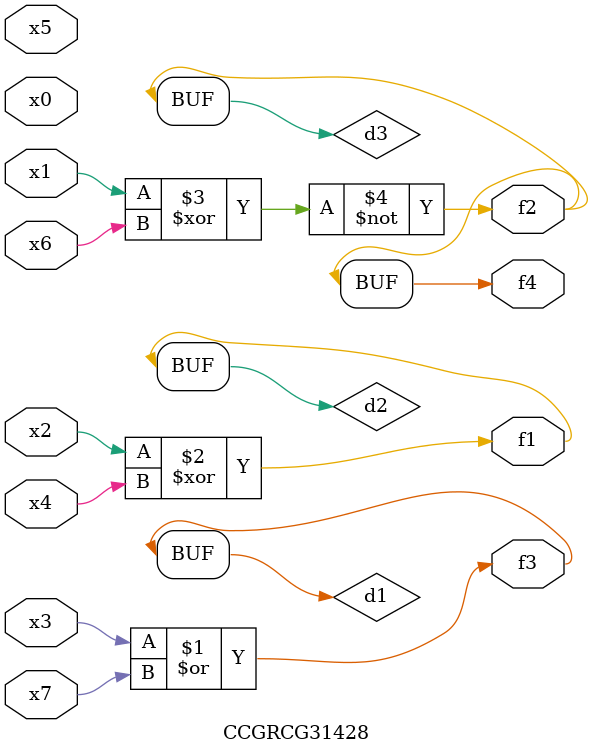
<source format=v>
module CCGRCG31428(
	input x0, x1, x2, x3, x4, x5, x6, x7,
	output f1, f2, f3, f4
);

	wire d1, d2, d3;

	or (d1, x3, x7);
	xor (d2, x2, x4);
	xnor (d3, x1, x6);
	assign f1 = d2;
	assign f2 = d3;
	assign f3 = d1;
	assign f4 = d3;
endmodule

</source>
